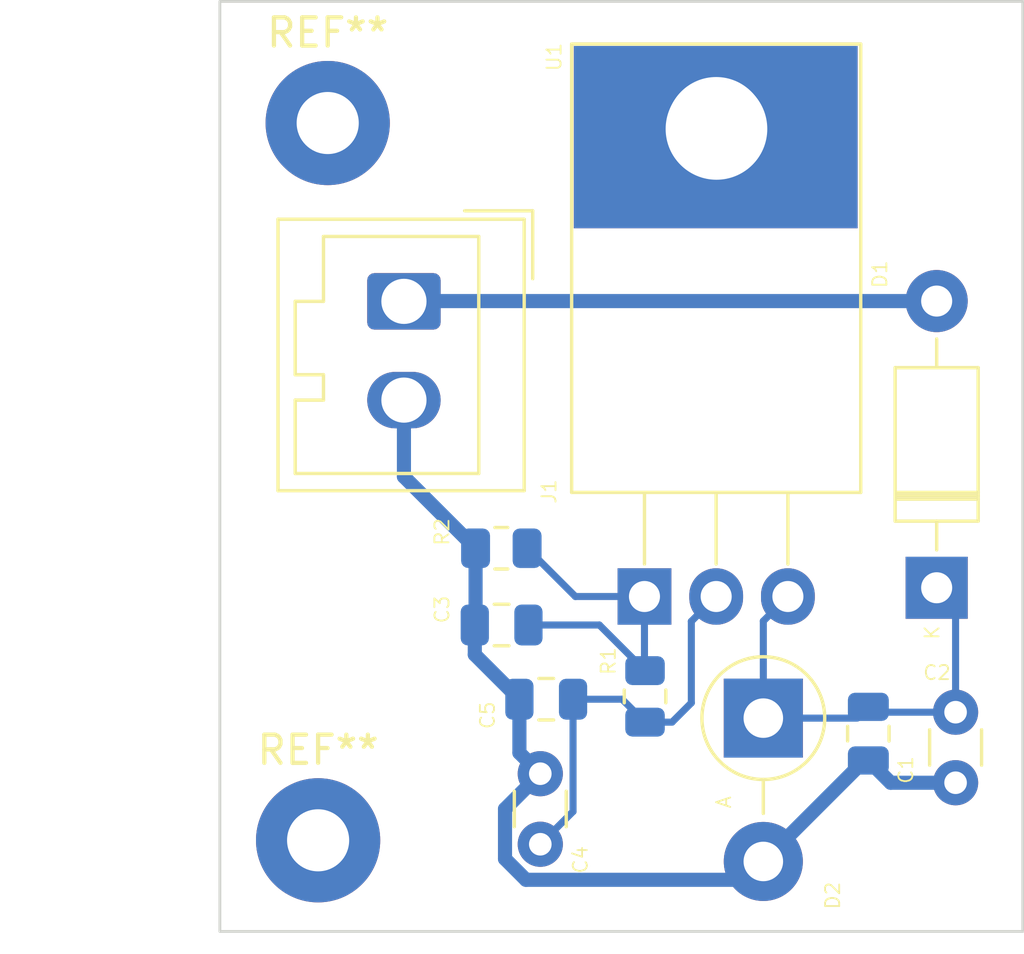
<source format=kicad_pcb>
(kicad_pcb (version 20211014) (generator pcbnew)
  (layers (0 "F.Cu" signal) (1 "In1.Cu" signal) (2 "In2.Cu" signal) (31 "B.Cu" signal) (34 "B.Paste" user) (35 "F.Paste" user) (36 "B.SilkS" user "B.Silkscreen") (37 "F.SilkS" user "F.Silkscreen") (38 "B.Mask" user) (39 "F.Mask" user) (44 "Edge.Cuts" user))
  (net 0 "")
  (net 1 "/V_{in}")
  (net 2 "GND")
  (net 3 "/V_{div}")
  (net 4 "+VCC")
  (net 5 "VBAT")
  (footprint "MountingHole:MountingHole_2.2mm_M2_Pad" (layer "F.Cu") (at 126.22 96.26)
    (fp_text reference "REF**" (at 0 -3.2) (layer "F.SilkS"))
    (fp_text value "MountingHole_2.2mm_M2_Pad")
    (pad "1" thru_hole circle (at 0 0) (size 4.4 4.4) (drill 2.2) (layers *.Cu *.Mask))
  )
  (footprint "Capacitor_SMD:C_0805_2012Metric" (layer "F.Cu") (at 134.3 91.26 180)
    (fp_text reference "C5" (at 2.08 -0.57 90) (layer "F.SilkS") (effects (font (size 0.5 0.5) (thickness 0.063))))
    (fp_text value "100n")
    (fp_line (start -0.261252 0.735) (end 0.261252 0.735) (layer "F.SilkS") (width 0.12))
    (fp_line (start -0.261252 -0.735) (end 0.261252 -0.735) (layer "F.SilkS") (width 0.12))
    (pad "1" smd roundrect (at -0.95 0 180) (size 1 1.45) (layers "B.Cu" "F.Paste" "F.Mask") (net 4 "+VCC"))
    (pad "2" smd roundrect (at 0.95 0 180) (size 1 1.45) (layers "B.Cu" "F.Paste" "F.Mask") (net 2 "GND"))
  )
  (footprint "Resistor_SMD:R_0805_2012Metric" (layer "F.Cu") (at 132.71 85.91 180)
    (fp_text reference "R2" (at 2.1 0.58 90) (layer "F.SilkS") (effects (font (size 0.5 0.5) (thickness 0.063))))
    (fp_text value "1k")
    (fp_line (start -0.227064 -0.735) (end 0.227064 -0.735) (layer "F.SilkS") (width 0.12))
    (fp_line (start -0.227064 0.735) (end 0.227064 0.735) (layer "F.SilkS") (width 0.12))
    (pad "1" smd roundrect (at -0.9125 0 180) (size 1.025 1.4) (layers "B.Cu" "F.Paste" "F.Mask") (roundrect_rratio 0.243902) (net 3 "/V_{div}"))
    (pad "2" smd roundrect (at 0.9125 0 180) (size 1.025 1.4) (layers "B.Cu" "F.Paste" "F.Mask") (roundrect_rratio 0.243902) (net 2 "GND"))
  )
  (footprint "Diode_THT:D_5W_P5.08mm_Vertical_AnodeUp" (layer "F.Cu") (at 141.99 91.929949 -90)
    (fp_text reference "D2" (at 6.29005 -2.46 90) (layer "F.SilkS") (effects (font (size 0.5 0.5) (thickness 0.063))))
    (fp_text value "15V")
    (fp_text user "A" (at 2.98 1.4 90) (layer "F.SilkS") (effects (font (size 0.5 0.5) (thickness 0.063))))
    (fp_line (start 2.174899 0) (end 3.38 0) (layer "F.SilkS") (width 0.12))
    (fp_circle (center 0 0) (end 2.174899 0) (layer "F.SilkS") (width 0.12) (fill none))
    (pad "1" thru_hole rect (at 0 0 270) (size 2.8 2.8) (drill 1.4) (layers *.Cu *.Mask) (net 1 "/V_{in}"))
    (pad "2" thru_hole oval (at 5.08 0 270) (size 2.8 2.8) (drill 1.4) (layers *.Cu *.Mask) (net 2 "GND"))
  )
  (footprint "Capacitor_THT:C_Disc_D3.0mm_W1.6mm_P2.50mm" (layer "F.Cu") (at 148.8 91.72 -90)
    (fp_text reference "C2" (at -1.4 0.66) (layer "F.SilkS") (effects (font (size 0.5 0.5) (thickness 0.063))))
    (fp_text value "1u")
    (fp_line (start 0.621 0.92) (end 1.879 0.92) (layer "F.SilkS") (width 0.12))
    (fp_line (start 0.621 -0.92) (end 1.879 -0.92) (layer "F.SilkS") (width 0.12))
    (pad "1" thru_hole circle (at 0 0 270) (size 1.6 1.6) (drill 0.8) (layers *.Cu *.Mask) (net 1 "/V_{in}"))
    (pad "2" thru_hole circle (at 2.5 0 270) (size 1.6 1.6) (drill 0.8) (layers *.Cu *.Mask) (net 2 "GND"))
  )
  (footprint "MountingHole:MountingHole_2.2mm_M2_Pad" (layer "F.Cu") (at 126.56 70.84)
    (fp_text reference "REF**" (at 0 -3.2) (layer "F.SilkS"))
    (fp_text value "MountingHole_2.2mm_M2_Pad")
    (pad "1" thru_hole circle (at 0 0) (size 4.4 4.4) (drill 2.2) (layers *.Cu *.Mask))
  )
  (footprint "Connector_Wago:Wago_734-132_1x02_P3.50mm_Vertical" (layer "F.Cu") (at 129.26 77.16 -90)
    (fp_text reference "J1" (at 6.74 -5.14 90) (layer "F.SilkS") (effects (font (size 0.5 0.5) (thickness 0.063))))
    (fp_text value "Screw_Terminal_01x02")
    (fp_line (start -2.3 2.85) (end 0 2.85) (layer "F.SilkS") (width 0.12))
    (fp_line (start 0 3.85) (end 2.6 3.85) (layer "F.SilkS") (width 0.12))
    (fp_line (start -2.3 -2.65) (end -2.3 2.85) (layer "F.SilkS") (width 0.12))
    (fp_line (start 6.1 -2.65) (end -2.3 -2.65) (layer "F.SilkS") (width 0.12))
    (fp_line (start 6.1 3.85) (end 6.1 -2.65) (layer "F.SilkS") (width 0.12))
    (fp_line (start -2.91 -4.26) (end -2.91 4.46) (layer "F.SilkS") (width 0.12))
    (fp_line (start -3.21 -4.56) (end -0.8 -4.56) (layer "F.SilkS") (width 0.12))
    (fp_line (start 3.5 3.85) (end 6.1 3.85) (layer "F.SilkS") (width 0.12))
    (fp_line (start -3.21 -2.15) (end -3.21 -4.56) (layer "F.SilkS") (width 0.12))
    (fp_line (start 6.71 4.46) (end 6.71 -4.26) (layer "F.SilkS") (width 0.12))
    (fp_line (start 2.6 3.85) (end 2.6 2.85) (layer "F.SilkS") (width 0.12))
    (fp_line (start 2.6 2.85) (end 3.5 2.85) (layer "F.SilkS") (width 0.12))
    (fp_line (start 6.71 -4.26) (end -2.91 -4.26) (layer "F.SilkS") (width 0.12))
    (fp_line (start 0 2.85) (end 0 3.85) (layer "F.SilkS") (width 0.12))
    (fp_line (start 3.5 2.85) (end 3.5 3.85) (layer "F.SilkS") (width 0.12))
    (fp_line (start -2.91 4.46) (end 6.71 4.46) (layer "F.SilkS") (width 0.12))
    (pad "1" thru_hole roundrect (at 0 0 270) (size 2 2.6) (drill 1.6) (layers *.Cu *.Mask) (roundrect_rratio 0.125) (net 5 "VBAT"))
    (pad "2" thru_hole oval (at 3.5 0 270) (size 2 2.6) (drill 1.6) (layers *.Cu *.Mask) (net 2 "GND"))
  )
  (footprint "Capacitor_SMD:C_0805_2012Metric" (layer "F.Cu") (at 145.71 92.48 -90)
    (fp_text reference "C1" (at 1.29 -1.33 90) (layer "F.SilkS") (effects (font (size 0.5 0.5) (thickness 0.063))))
    (fp_text value "100n")
    (fp_line (start -0.261252 -0.735) (end 0.261252 -0.735) (layer "F.SilkS") (width 0.12))
    (fp_line (start -0.261252 0.735) (end 0.261252 0.735) (layer "F.SilkS") (width 0.12))
    (pad "1" smd roundrect (at -0.95 0 270) (size 1 1.45) (layers "B.Cu" "F.Paste" "F.Mask") (net 1 "/V_{in}"))
    (pad "2" smd roundrect (at 0.95 0 270) (size 1 1.45) (layers "B.Cu" "F.Paste" "F.Mask") (net 2 "GND"))
  )
  (footprint "Capacitor_THT:C_Disc_D3.0mm_W1.6mm_P2.50mm" (layer "F.Cu") (at 134.09 96.4 90)
    (fp_text reference "C4" (at -0.55 1.42 90) (layer "F.SilkS") (effects (font (size 0.5 0.5) (thickness 0.063))))
    (fp_text value "1u")
    (fp_line (start 0.621 -0.92) (end 1.879 -0.92) (layer "F.SilkS") (width 0.12))
    (fp_line (start 0.621 0.92) (end 1.879 0.92) (layer "F.SilkS") (width 0.12))
    (pad "1" thru_hole circle (at 0 0 90) (size 1.6 1.6) (drill 0.8) (layers *.Cu *.Mask) (net 4 "+VCC"))
    (pad "2" thru_hole circle (at 2.5 0 90) (size 1.6 1.6) (drill 0.8) (layers *.Cu *.Mask) (net 2 "GND"))
  )
  (footprint "Package_TO_SOT_THT:TO-220-3_Horizontal_TabDown" (layer "F.Cu") (at 137.78 87.62)
    (fp_text reference "U1" (at -3.2 -19.12 90) (layer "F.SilkS") (effects (font (size 0.5 0.5) (thickness 0.063))))
    (fp_text value "LM1117-ADJ")
    (fp_line (start -2.58 -19.58) (end -2.58 -3.69) (layer "F.SilkS") (width 0.12))
    (fp_line (start -2.58 -3.69) (end 7.66 -3.69) (layer "F.SilkS") (width 0.12))
    (fp_line (start 5.08 -3.69) (end 5.08 -1.15) (layer "F.SilkS") (width 0.12))
    (fp_line (start 2.54 -3.69) (end 2.54 -1.15) (layer "F.SilkS") (width 0.12))
    (fp_line (start 7.66 -19.58) (end 7.66 -3.69) (layer "F.SilkS") (width 0.12))
    (fp_line (start -2.58 -19.58) (end 7.66 -19.58) (layer "F.SilkS") (width 0.12))
    (fp_line (start 0 -3.69) (end 0 -1.15) (layer "F.SilkS") (width 0.12))
    (pad "" np_thru_hole oval (at 2.54 -16.66) (size 3.5 3.5) (drill 3.5) (layers *.Cu *.Mask))
    (pad "1" thru_hole rect (at 0 0) (size 1.905 2) (drill 1.1) (layers *.Cu *.Mask) (net 3 "/V_{div}"))
    (pad "2" thru_hole oval (at 2.54 0) (size 1.905 2) (drill 1.1) (layers *.Cu *.Mask) (net 4 "+VCC"))
    (pad "3" thru_hole oval (at 5.08 0) (size 1.905 2) (drill 1.1) (layers *.Cu *.Mask) (net 1 "/V_{in}"))
    (pad "4" thru_hole rect (at 2.55 -16.57) (size 10.05 6.46) (drill 3.6 (offset -0.025 0.29)) (layers *.Cu *.Mask))
  )
  (footprint "Resistor_SMD:R_0805_2012Metric" (layer "F.Cu") (at 137.8 91.16 90)
    (fp_text reference "R1" (at 1.25 -1.3 90) (layer "F.SilkS") (effects (font (size 0.5 0.5) (thickness 0.063))))
    (fp_text value "2.2k")
    (fp_line (start -0.227064 0.735) (end 0.227064 0.735) (layer "F.SilkS") (width 0.12))
    (fp_line (start -0.227064 -0.735) (end 0.227064 -0.735) (layer "F.SilkS") (width 0.12))
    (pad "1" smd roundrect (at -0.9125 0 90) (size 1.025 1.4) (layers "B.Cu" "F.Paste" "F.Mask") (roundrect_rratio 0.243902) (net 4 "+VCC"))
    (pad "2" smd roundrect (at 0.9125 0 90) (size 1.025 1.4) (layers "B.Cu" "F.Paste" "F.Mask") (roundrect_rratio 0.243902) (net 3 "/V_{div}"))
  )
  (footprint "Diode_THT:D_DO-41_SOD81_P10.16mm_Horizontal" (layer "F.Cu") (at 148.13 87.31 90)
    (fp_text reference "D1" (at 11.11 -2.01 90) (layer "F.SilkS") (effects (font (size 0.5 0.5) (thickness 0.063))))
    (fp_text value "1N4002")
    (fp_text user "K" (at -1.59 -0.16 90) (layer "F.SilkS") (effects (font (size 0.5 0.5) (thickness 0.063))))
    (fp_line (start 7.8 -1.47) (end 2.36 -1.47) (layer "F.SilkS") (width 0.12))
    (fp_line (start 8.82 0) (end 7.8 0) (layer "F.SilkS") (width 0.12))
    (fp_line (start 3.38 -1.47) (end 3.38 1.47) (layer "F.SilkS") (width 0.12))
    (fp_line (start 2.36 -1.47) (end 2.36 1.47) (layer "F.SilkS") (width 0.12))
    (fp_line (start 1.34 0) (end 2.36 0) (layer "F.SilkS") (width 0.12))
    (fp_line (start 3.14 -1.47) (end 3.14 1.47) (layer "F.SilkS") (width 0.12))
    (fp_line (start 3.26 -1.47) (end 3.26 1.47) (layer "F.SilkS") (width 0.12))
    (fp_line (start 7.8 1.47) (end 7.8 -1.47) (layer "F.SilkS") (width 0.12))
    (fp_line (start 2.36 1.47) (end 7.8 1.47) (layer "F.SilkS") (width 0.12))
    (pad "1" thru_hole rect (at 0 0 90) (size 2.2 2.2) (drill 1.1) (layers *.Cu *.Mask) (net 1 "/V_{in}"))
    (pad "2" thru_hole oval (at 10.16 0 90) (size 2.2 2.2) (drill 1.1) (layers *.Cu *.Mask) (net 5 "VBAT"))
  )
  (footprint "Capacitor_SMD:C_0805_2012Metric" (layer "F.Cu") (at 132.72 88.63 180)
    (fp_text reference "C3" (at 2.11 0.55 90) (layer "F.SilkS") (effects (font (size 0.5 0.5) (thickness 0.063))))
    (fp_text value "100n")
    (fp_line (start -0.261252 0.735) (end 0.261252 0.735) (layer "F.SilkS") (width 0.12))
    (fp_line (start -0.261252 -0.735) (end 0.261252 -0.735) (layer "F.SilkS") (width 0.12))
    (pad "1" smd roundrect (at -0.95 0 180) (size 1 1.45) (layers "B.Cu" "F.Paste" "F.Mask") (net 3 "/V_{div}"))
    (pad "2" smd roundrect (at 0.95 0 180) (size 1 1.45) (layers "B.Cu" "F.Paste" "F.Mask") (net 2 "GND"))
  )
  (gr_rect (start 122.74 66.53) (end 151.18 99.49) (layer "Edge.Cuts") (width 0.1) (fill none))
  (segment (start 145.71 91.53) (end 145.9 91.72) (width 0.25) (layer "B.Cu") (net 1))
  (segment (start 145.310051 91.929949) (end 145.71 91.53) (width 0.25) (layer "B.Cu") (net 1))
  (segment (start 141.99 91.929949) (end 145.310051 91.929949) (width 0.25) (layer "B.Cu") (net 1))
  (segment (start 148.8 91.72) (end 148.8 87.98) (width 0.25) (layer "B.Cu") (net 1))
  (segment (start 148.8 87.98) (end 148.13 87.31) (width 0.25) (layer "B.Cu") (net 1))
  (segment (start 141.99 88.49) (end 142.86 87.62) (width 0.25) (layer "B.Cu") (net 1))
  (segment (start 141.99 91.929949) (end 141.99 88.49) (width 0.25) (layer "B.Cu") (net 1))
  (segment (start 145.9 91.72) (end 148.8 91.72) (width 0.25) (layer "B.Cu") (net 1))
  (segment (start 132.84 96.917767) (end 133.582233 97.66) (width 0.5) (layer "B.Cu") (net 2))
  (segment (start 134.09 93.9) (end 132.84 95.15) (width 0.5) (layer "B.Cu") (net 2))
  (segment (start 145.569949 93.43) (end 145.71 93.43) (width 0.5) (layer "B.Cu") (net 2))
  (segment (start 141.99 97.009949) (end 145.569949 93.43) (width 0.5) (layer "B.Cu") (net 2))
  (segment (start 133.35 91.26) (end 133.35 93.16) (width 0.5) (layer "B.Cu") (net 2))
  (segment (start 133.35 93.16) (end 134.09 93.9) (width 0.5) (layer "B.Cu") (net 2))
  (segment (start 146.5 94.22) (end 145.71 93.43) (width 0.5) (layer "B.Cu") (net 2))
  (segment (start 148.8 94.22) (end 146.5 94.22) (width 0.5) (layer "B.Cu") (net 2))
  (segment (start 129.26 83.3725) (end 131.7975 85.91) (width 0.5) (layer "B.Cu") (net 2))
  (segment (start 131.77 89.68) (end 133.35 91.26) (width 0.5) (layer "B.Cu") (net 2))
  (segment (start 131.7975 85.91) (end 131.7975 88.6025) (width 0.5) (layer "B.Cu") (net 2))
  (segment (start 131.77 88.63) (end 131.77 89.68) (width 0.5) (layer "B.Cu") (net 2))
  (segment (start 141.339949 97.66) (end 141.99 97.009949) (width 0.5) (layer "B.Cu") (net 2))
  (segment (start 133.582233 97.66) (end 141.339949 97.66) (width 0.5) (layer "B.Cu") (net 2))
  (segment (start 131.7975 88.6025) (end 131.77 88.63) (width 0.5) (layer "B.Cu") (net 2))
  (segment (start 132.84 95.15) (end 132.84 96.917767) (width 0.5) (layer "B.Cu") (net 2))
  (segment (start 129.26 80.66) (end 129.26 83.3725) (width 0.5) (layer "B.Cu") (net 2))
  (segment (start 136.1825 88.63) (end 137.8 90.2475) (width 0.25) (layer "B.Cu") (net 3))
  (segment (start 137.8 90.2475) (end 137.78 90.2275) (width 0.25) (layer "B.Cu") (net 3))
  (segment (start 133.6225 85.91) (end 135.3325 87.62) (width 0.25) (layer "B.Cu") (net 3))
  (segment (start 135.3325 87.62) (end 137.78 87.62) (width 0.25) (layer "B.Cu") (net 3))
  (segment (start 133.67 88.63) (end 136.1825 88.63) (width 0.25) (layer "B.Cu") (net 3))
  (segment (start 137.78 90.2275) (end 137.78 87.62) (width 0.25) (layer "B.Cu") (net 3))
  (segment (start 135.25 95.24) (end 135.25 91.26) (width 0.25) (layer "B.Cu") (net 4))
  (segment (start 139.44 91.39) (end 138.7575 92.0725) (width 0.25) (layer "B.Cu") (net 4))
  (segment (start 134.09 96.4) (end 135.25 95.24) (width 0.25) (layer "B.Cu") (net 4))
  (segment (start 139.44 88.5) (end 139.44 91.39) (width 0.25) (layer "B.Cu") (net 4))
  (segment (start 140.32 87.62) (end 139.44 88.5) (width 0.25) (layer "B.Cu") (net 4))
  (segment (start 136.9875 91.26) (end 137.8 92.0725) (width 0.25) (layer "B.Cu") (net 4))
  (segment (start 135.25 91.26) (end 136.9875 91.26) (width 0.25) (layer "B.Cu") (net 4))
  (segment (start 138.7575 92.0725) (end 137.8 92.0725) (width 0.25) (layer "B.Cu") (net 4))
  (segment (start 129.26 77.16) (end 129.27 77.15) (width 0.5) (layer "B.Cu") (net 5))
  (segment (start 129.27 77.15) (end 148.13 77.15) (width 0.5) (layer "B.Cu") (net 5))
)
</source>
